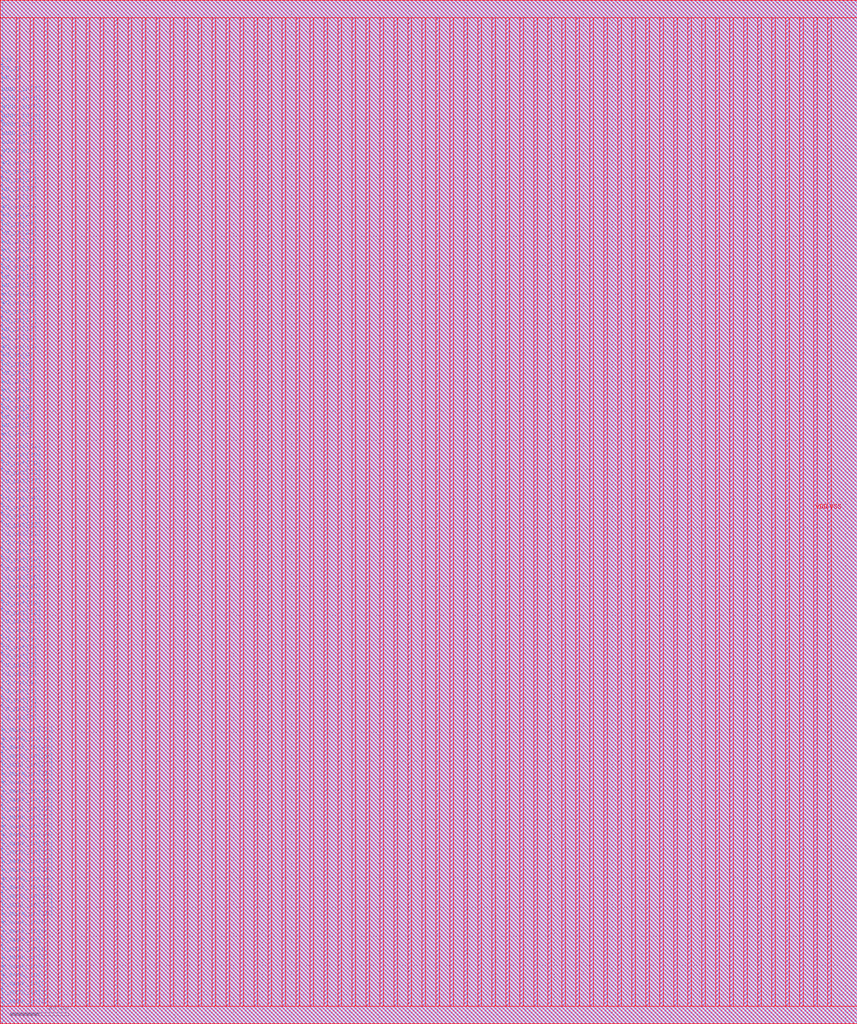
<source format=lef>
VERSION 5.7 ;
BUSBITCHARS "[]" ;
MACRO fakeram130_256x32
  FOREIGN fakeram130_256x32 0 0 ;
  SYMMETRY X Y R90 ;
  SIZE 293.940 BY 350.880 ;
  CLASS BLOCK ;
  PIN w_mask_in[0]
    DIRECTION INPUT ;
    USE SIGNAL ;
    SHAPE ABUTMENT ;
    PORT
      LAYER met3 ;
      RECT 0.000 5.850 0.800 6.150 ;
    END
  END w_mask_in[0]
  PIN w_mask_in[1]
    DIRECTION INPUT ;
    USE SIGNAL ;
    SHAPE ABUTMENT ;
    PORT
      LAYER met3 ;
      RECT 0.000 8.850 0.800 9.150 ;
    END
  END w_mask_in[1]
  PIN w_mask_in[2]
    DIRECTION INPUT ;
    USE SIGNAL ;
    SHAPE ABUTMENT ;
    PORT
      LAYER met3 ;
      RECT 0.000 11.850 0.800 12.150 ;
    END
  END w_mask_in[2]
  PIN w_mask_in[3]
    DIRECTION INPUT ;
    USE SIGNAL ;
    SHAPE ABUTMENT ;
    PORT
      LAYER met3 ;
      RECT 0.000 14.850 0.800 15.150 ;
    END
  END w_mask_in[3]
  PIN w_mask_in[4]
    DIRECTION INPUT ;
    USE SIGNAL ;
    SHAPE ABUTMENT ;
    PORT
      LAYER met3 ;
      RECT 0.000 17.850 0.800 18.150 ;
    END
  END w_mask_in[4]
  PIN w_mask_in[5]
    DIRECTION INPUT ;
    USE SIGNAL ;
    SHAPE ABUTMENT ;
    PORT
      LAYER met3 ;
      RECT 0.000 20.850 0.800 21.150 ;
    END
  END w_mask_in[5]
  PIN w_mask_in[6]
    DIRECTION INPUT ;
    USE SIGNAL ;
    SHAPE ABUTMENT ;
    PORT
      LAYER met3 ;
      RECT 0.000 23.850 0.800 24.150 ;
    END
  END w_mask_in[6]
  PIN w_mask_in[7]
    DIRECTION INPUT ;
    USE SIGNAL ;
    SHAPE ABUTMENT ;
    PORT
      LAYER met3 ;
      RECT 0.000 26.850 0.800 27.150 ;
    END
  END w_mask_in[7]
  PIN w_mask_in[8]
    DIRECTION INPUT ;
    USE SIGNAL ;
    SHAPE ABUTMENT ;
    PORT
      LAYER met3 ;
      RECT 0.000 29.850 0.800 30.150 ;
    END
  END w_mask_in[8]
  PIN w_mask_in[9]
    DIRECTION INPUT ;
    USE SIGNAL ;
    SHAPE ABUTMENT ;
    PORT
      LAYER met3 ;
      RECT 0.000 32.850 0.800 33.150 ;
    END
  END w_mask_in[9]
  PIN w_mask_in[10]
    DIRECTION INPUT ;
    USE SIGNAL ;
    SHAPE ABUTMENT ;
    PORT
      LAYER met3 ;
      RECT 0.000 35.850 0.800 36.150 ;
    END
  END w_mask_in[10]
  PIN w_mask_in[11]
    DIRECTION INPUT ;
    USE SIGNAL ;
    SHAPE ABUTMENT ;
    PORT
      LAYER met3 ;
      RECT 0.000 38.850 0.800 39.150 ;
    END
  END w_mask_in[11]
  PIN w_mask_in[12]
    DIRECTION INPUT ;
    USE SIGNAL ;
    SHAPE ABUTMENT ;
    PORT
      LAYER met3 ;
      RECT 0.000 41.850 0.800 42.150 ;
    END
  END w_mask_in[12]
  PIN w_mask_in[13]
    DIRECTION INPUT ;
    USE SIGNAL ;
    SHAPE ABUTMENT ;
    PORT
      LAYER met3 ;
      RECT 0.000 44.850 0.800 45.150 ;
    END
  END w_mask_in[13]
  PIN w_mask_in[14]
    DIRECTION INPUT ;
    USE SIGNAL ;
    SHAPE ABUTMENT ;
    PORT
      LAYER met3 ;
      RECT 0.000 47.850 0.800 48.150 ;
    END
  END w_mask_in[14]
  PIN w_mask_in[15]
    DIRECTION INPUT ;
    USE SIGNAL ;
    SHAPE ABUTMENT ;
    PORT
      LAYER met3 ;
      RECT 0.000 50.850 0.800 51.150 ;
    END
  END w_mask_in[15]
  PIN w_mask_in[16]
    DIRECTION INPUT ;
    USE SIGNAL ;
    SHAPE ABUTMENT ;
    PORT
      LAYER met3 ;
      RECT 0.000 53.850 0.800 54.150 ;
    END
  END w_mask_in[16]
  PIN w_mask_in[17]
    DIRECTION INPUT ;
    USE SIGNAL ;
    SHAPE ABUTMENT ;
    PORT
      LAYER met3 ;
      RECT 0.000 56.850 0.800 57.150 ;
    END
  END w_mask_in[17]
  PIN w_mask_in[18]
    DIRECTION INPUT ;
    USE SIGNAL ;
    SHAPE ABUTMENT ;
    PORT
      LAYER met3 ;
      RECT 0.000 59.850 0.800 60.150 ;
    END
  END w_mask_in[18]
  PIN w_mask_in[19]
    DIRECTION INPUT ;
    USE SIGNAL ;
    SHAPE ABUTMENT ;
    PORT
      LAYER met3 ;
      RECT 0.000 62.850 0.800 63.150 ;
    END
  END w_mask_in[19]
  PIN w_mask_in[20]
    DIRECTION INPUT ;
    USE SIGNAL ;
    SHAPE ABUTMENT ;
    PORT
      LAYER met3 ;
      RECT 0.000 65.850 0.800 66.150 ;
    END
  END w_mask_in[20]
  PIN w_mask_in[21]
    DIRECTION INPUT ;
    USE SIGNAL ;
    SHAPE ABUTMENT ;
    PORT
      LAYER met3 ;
      RECT 0.000 68.850 0.800 69.150 ;
    END
  END w_mask_in[21]
  PIN w_mask_in[22]
    DIRECTION INPUT ;
    USE SIGNAL ;
    SHAPE ABUTMENT ;
    PORT
      LAYER met3 ;
      RECT 0.000 71.850 0.800 72.150 ;
    END
  END w_mask_in[22]
  PIN w_mask_in[23]
    DIRECTION INPUT ;
    USE SIGNAL ;
    SHAPE ABUTMENT ;
    PORT
      LAYER met3 ;
      RECT 0.000 74.850 0.800 75.150 ;
    END
  END w_mask_in[23]
  PIN w_mask_in[24]
    DIRECTION INPUT ;
    USE SIGNAL ;
    SHAPE ABUTMENT ;
    PORT
      LAYER met3 ;
      RECT 0.000 77.850 0.800 78.150 ;
    END
  END w_mask_in[24]
  PIN w_mask_in[25]
    DIRECTION INPUT ;
    USE SIGNAL ;
    SHAPE ABUTMENT ;
    PORT
      LAYER met3 ;
      RECT 0.000 80.850 0.800 81.150 ;
    END
  END w_mask_in[25]
  PIN w_mask_in[26]
    DIRECTION INPUT ;
    USE SIGNAL ;
    SHAPE ABUTMENT ;
    PORT
      LAYER met3 ;
      RECT 0.000 83.850 0.800 84.150 ;
    END
  END w_mask_in[26]
  PIN w_mask_in[27]
    DIRECTION INPUT ;
    USE SIGNAL ;
    SHAPE ABUTMENT ;
    PORT
      LAYER met3 ;
      RECT 0.000 86.850 0.800 87.150 ;
    END
  END w_mask_in[27]
  PIN w_mask_in[28]
    DIRECTION INPUT ;
    USE SIGNAL ;
    SHAPE ABUTMENT ;
    PORT
      LAYER met3 ;
      RECT 0.000 89.850 0.800 90.150 ;
    END
  END w_mask_in[28]
  PIN w_mask_in[29]
    DIRECTION INPUT ;
    USE SIGNAL ;
    SHAPE ABUTMENT ;
    PORT
      LAYER met3 ;
      RECT 0.000 92.850 0.800 93.150 ;
    END
  END w_mask_in[29]
  PIN w_mask_in[30]
    DIRECTION INPUT ;
    USE SIGNAL ;
    SHAPE ABUTMENT ;
    PORT
      LAYER met3 ;
      RECT 0.000 95.850 0.800 96.150 ;
    END
  END w_mask_in[30]
  PIN w_mask_in[31]
    DIRECTION INPUT ;
    USE SIGNAL ;
    SHAPE ABUTMENT ;
    PORT
      LAYER met3 ;
      RECT 0.000 98.850 0.800 99.150 ;
    END
  END w_mask_in[31]
  PIN rd_out[0]
    DIRECTION OUTPUT ;
    USE SIGNAL ;
    SHAPE ABUTMENT ;
    PORT
      LAYER met3 ;
      RECT 0.000 103.050 0.800 103.350 ;
    END
  END rd_out[0]
  PIN rd_out[1]
    DIRECTION OUTPUT ;
    USE SIGNAL ;
    SHAPE ABUTMENT ;
    PORT
      LAYER met3 ;
      RECT 0.000 106.050 0.800 106.350 ;
    END
  END rd_out[1]
  PIN rd_out[2]
    DIRECTION OUTPUT ;
    USE SIGNAL ;
    SHAPE ABUTMENT ;
    PORT
      LAYER met3 ;
      RECT 0.000 109.050 0.800 109.350 ;
    END
  END rd_out[2]
  PIN rd_out[3]
    DIRECTION OUTPUT ;
    USE SIGNAL ;
    SHAPE ABUTMENT ;
    PORT
      LAYER met3 ;
      RECT 0.000 112.050 0.800 112.350 ;
    END
  END rd_out[3]
  PIN rd_out[4]
    DIRECTION OUTPUT ;
    USE SIGNAL ;
    SHAPE ABUTMENT ;
    PORT
      LAYER met3 ;
      RECT 0.000 115.050 0.800 115.350 ;
    END
  END rd_out[4]
  PIN rd_out[5]
    DIRECTION OUTPUT ;
    USE SIGNAL ;
    SHAPE ABUTMENT ;
    PORT
      LAYER met3 ;
      RECT 0.000 118.050 0.800 118.350 ;
    END
  END rd_out[5]
  PIN rd_out[6]
    DIRECTION OUTPUT ;
    USE SIGNAL ;
    SHAPE ABUTMENT ;
    PORT
      LAYER met3 ;
      RECT 0.000 121.050 0.800 121.350 ;
    END
  END rd_out[6]
  PIN rd_out[7]
    DIRECTION OUTPUT ;
    USE SIGNAL ;
    SHAPE ABUTMENT ;
    PORT
      LAYER met3 ;
      RECT 0.000 124.050 0.800 124.350 ;
    END
  END rd_out[7]
  PIN rd_out[8]
    DIRECTION OUTPUT ;
    USE SIGNAL ;
    SHAPE ABUTMENT ;
    PORT
      LAYER met3 ;
      RECT 0.000 127.050 0.800 127.350 ;
    END
  END rd_out[8]
  PIN rd_out[9]
    DIRECTION OUTPUT ;
    USE SIGNAL ;
    SHAPE ABUTMENT ;
    PORT
      LAYER met3 ;
      RECT 0.000 130.050 0.800 130.350 ;
    END
  END rd_out[9]
  PIN rd_out[10]
    DIRECTION OUTPUT ;
    USE SIGNAL ;
    SHAPE ABUTMENT ;
    PORT
      LAYER met3 ;
      RECT 0.000 133.050 0.800 133.350 ;
    END
  END rd_out[10]
  PIN rd_out[11]
    DIRECTION OUTPUT ;
    USE SIGNAL ;
    SHAPE ABUTMENT ;
    PORT
      LAYER met3 ;
      RECT 0.000 136.050 0.800 136.350 ;
    END
  END rd_out[11]
  PIN rd_out[12]
    DIRECTION OUTPUT ;
    USE SIGNAL ;
    SHAPE ABUTMENT ;
    PORT
      LAYER met3 ;
      RECT 0.000 139.050 0.800 139.350 ;
    END
  END rd_out[12]
  PIN rd_out[13]
    DIRECTION OUTPUT ;
    USE SIGNAL ;
    SHAPE ABUTMENT ;
    PORT
      LAYER met3 ;
      RECT 0.000 142.050 0.800 142.350 ;
    END
  END rd_out[13]
  PIN rd_out[14]
    DIRECTION OUTPUT ;
    USE SIGNAL ;
    SHAPE ABUTMENT ;
    PORT
      LAYER met3 ;
      RECT 0.000 145.050 0.800 145.350 ;
    END
  END rd_out[14]
  PIN rd_out[15]
    DIRECTION OUTPUT ;
    USE SIGNAL ;
    SHAPE ABUTMENT ;
    PORT
      LAYER met3 ;
      RECT 0.000 148.050 0.800 148.350 ;
    END
  END rd_out[15]
  PIN rd_out[16]
    DIRECTION OUTPUT ;
    USE SIGNAL ;
    SHAPE ABUTMENT ;
    PORT
      LAYER met3 ;
      RECT 0.000 151.050 0.800 151.350 ;
    END
  END rd_out[16]
  PIN rd_out[17]
    DIRECTION OUTPUT ;
    USE SIGNAL ;
    SHAPE ABUTMENT ;
    PORT
      LAYER met3 ;
      RECT 0.000 154.050 0.800 154.350 ;
    END
  END rd_out[17]
  PIN rd_out[18]
    DIRECTION OUTPUT ;
    USE SIGNAL ;
    SHAPE ABUTMENT ;
    PORT
      LAYER met3 ;
      RECT 0.000 157.050 0.800 157.350 ;
    END
  END rd_out[18]
  PIN rd_out[19]
    DIRECTION OUTPUT ;
    USE SIGNAL ;
    SHAPE ABUTMENT ;
    PORT
      LAYER met3 ;
      RECT 0.000 160.050 0.800 160.350 ;
    END
  END rd_out[19]
  PIN rd_out[20]
    DIRECTION OUTPUT ;
    USE SIGNAL ;
    SHAPE ABUTMENT ;
    PORT
      LAYER met3 ;
      RECT 0.000 163.050 0.800 163.350 ;
    END
  END rd_out[20]
  PIN rd_out[21]
    DIRECTION OUTPUT ;
    USE SIGNAL ;
    SHAPE ABUTMENT ;
    PORT
      LAYER met3 ;
      RECT 0.000 166.050 0.800 166.350 ;
    END
  END rd_out[21]
  PIN rd_out[22]
    DIRECTION OUTPUT ;
    USE SIGNAL ;
    SHAPE ABUTMENT ;
    PORT
      LAYER met3 ;
      RECT 0.000 169.050 0.800 169.350 ;
    END
  END rd_out[22]
  PIN rd_out[23]
    DIRECTION OUTPUT ;
    USE SIGNAL ;
    SHAPE ABUTMENT ;
    PORT
      LAYER met3 ;
      RECT 0.000 172.050 0.800 172.350 ;
    END
  END rd_out[23]
  PIN rd_out[24]
    DIRECTION OUTPUT ;
    USE SIGNAL ;
    SHAPE ABUTMENT ;
    PORT
      LAYER met3 ;
      RECT 0.000 175.050 0.800 175.350 ;
    END
  END rd_out[24]
  PIN rd_out[25]
    DIRECTION OUTPUT ;
    USE SIGNAL ;
    SHAPE ABUTMENT ;
    PORT
      LAYER met3 ;
      RECT 0.000 178.050 0.800 178.350 ;
    END
  END rd_out[25]
  PIN rd_out[26]
    DIRECTION OUTPUT ;
    USE SIGNAL ;
    SHAPE ABUTMENT ;
    PORT
      LAYER met3 ;
      RECT 0.000 181.050 0.800 181.350 ;
    END
  END rd_out[26]
  PIN rd_out[27]
    DIRECTION OUTPUT ;
    USE SIGNAL ;
    SHAPE ABUTMENT ;
    PORT
      LAYER met3 ;
      RECT 0.000 184.050 0.800 184.350 ;
    END
  END rd_out[27]
  PIN rd_out[28]
    DIRECTION OUTPUT ;
    USE SIGNAL ;
    SHAPE ABUTMENT ;
    PORT
      LAYER met3 ;
      RECT 0.000 187.050 0.800 187.350 ;
    END
  END rd_out[28]
  PIN rd_out[29]
    DIRECTION OUTPUT ;
    USE SIGNAL ;
    SHAPE ABUTMENT ;
    PORT
      LAYER met3 ;
      RECT 0.000 190.050 0.800 190.350 ;
    END
  END rd_out[29]
  PIN rd_out[30]
    DIRECTION OUTPUT ;
    USE SIGNAL ;
    SHAPE ABUTMENT ;
    PORT
      LAYER met3 ;
      RECT 0.000 193.050 0.800 193.350 ;
    END
  END rd_out[30]
  PIN rd_out[31]
    DIRECTION OUTPUT ;
    USE SIGNAL ;
    SHAPE ABUTMENT ;
    PORT
      LAYER met3 ;
      RECT 0.000 196.050 0.800 196.350 ;
    END
  END rd_out[31]
  PIN wd_in[0]
    DIRECTION INPUT ;
    USE SIGNAL ;
    SHAPE ABUTMENT ;
    PORT
      LAYER met3 ;
      RECT 0.000 200.250 0.800 200.550 ;
    END
  END wd_in[0]
  PIN wd_in[1]
    DIRECTION INPUT ;
    USE SIGNAL ;
    SHAPE ABUTMENT ;
    PORT
      LAYER met3 ;
      RECT 0.000 203.250 0.800 203.550 ;
    END
  END wd_in[1]
  PIN wd_in[2]
    DIRECTION INPUT ;
    USE SIGNAL ;
    SHAPE ABUTMENT ;
    PORT
      LAYER met3 ;
      RECT 0.000 206.250 0.800 206.550 ;
    END
  END wd_in[2]
  PIN wd_in[3]
    DIRECTION INPUT ;
    USE SIGNAL ;
    SHAPE ABUTMENT ;
    PORT
      LAYER met3 ;
      RECT 0.000 209.250 0.800 209.550 ;
    END
  END wd_in[3]
  PIN wd_in[4]
    DIRECTION INPUT ;
    USE SIGNAL ;
    SHAPE ABUTMENT ;
    PORT
      LAYER met3 ;
      RECT 0.000 212.250 0.800 212.550 ;
    END
  END wd_in[4]
  PIN wd_in[5]
    DIRECTION INPUT ;
    USE SIGNAL ;
    SHAPE ABUTMENT ;
    PORT
      LAYER met3 ;
      RECT 0.000 215.250 0.800 215.550 ;
    END
  END wd_in[5]
  PIN wd_in[6]
    DIRECTION INPUT ;
    USE SIGNAL ;
    SHAPE ABUTMENT ;
    PORT
      LAYER met3 ;
      RECT 0.000 218.250 0.800 218.550 ;
    END
  END wd_in[6]
  PIN wd_in[7]
    DIRECTION INPUT ;
    USE SIGNAL ;
    SHAPE ABUTMENT ;
    PORT
      LAYER met3 ;
      RECT 0.000 221.250 0.800 221.550 ;
    END
  END wd_in[7]
  PIN wd_in[8]
    DIRECTION INPUT ;
    USE SIGNAL ;
    SHAPE ABUTMENT ;
    PORT
      LAYER met3 ;
      RECT 0.000 224.250 0.800 224.550 ;
    END
  END wd_in[8]
  PIN wd_in[9]
    DIRECTION INPUT ;
    USE SIGNAL ;
    SHAPE ABUTMENT ;
    PORT
      LAYER met3 ;
      RECT 0.000 227.250 0.800 227.550 ;
    END
  END wd_in[9]
  PIN wd_in[10]
    DIRECTION INPUT ;
    USE SIGNAL ;
    SHAPE ABUTMENT ;
    PORT
      LAYER met3 ;
      RECT 0.000 230.250 0.800 230.550 ;
    END
  END wd_in[10]
  PIN wd_in[11]
    DIRECTION INPUT ;
    USE SIGNAL ;
    SHAPE ABUTMENT ;
    PORT
      LAYER met3 ;
      RECT 0.000 233.250 0.800 233.550 ;
    END
  END wd_in[11]
  PIN wd_in[12]
    DIRECTION INPUT ;
    USE SIGNAL ;
    SHAPE ABUTMENT ;
    PORT
      LAYER met3 ;
      RECT 0.000 236.250 0.800 236.550 ;
    END
  END wd_in[12]
  PIN wd_in[13]
    DIRECTION INPUT ;
    USE SIGNAL ;
    SHAPE ABUTMENT ;
    PORT
      LAYER met3 ;
      RECT 0.000 239.250 0.800 239.550 ;
    END
  END wd_in[13]
  PIN wd_in[14]
    DIRECTION INPUT ;
    USE SIGNAL ;
    SHAPE ABUTMENT ;
    PORT
      LAYER met3 ;
      RECT 0.000 242.250 0.800 242.550 ;
    END
  END wd_in[14]
  PIN wd_in[15]
    DIRECTION INPUT ;
    USE SIGNAL ;
    SHAPE ABUTMENT ;
    PORT
      LAYER met3 ;
      RECT 0.000 245.250 0.800 245.550 ;
    END
  END wd_in[15]
  PIN wd_in[16]
    DIRECTION INPUT ;
    USE SIGNAL ;
    SHAPE ABUTMENT ;
    PORT
      LAYER met3 ;
      RECT 0.000 248.250 0.800 248.550 ;
    END
  END wd_in[16]
  PIN wd_in[17]
    DIRECTION INPUT ;
    USE SIGNAL ;
    SHAPE ABUTMENT ;
    PORT
      LAYER met3 ;
      RECT 0.000 251.250 0.800 251.550 ;
    END
  END wd_in[17]
  PIN wd_in[18]
    DIRECTION INPUT ;
    USE SIGNAL ;
    SHAPE ABUTMENT ;
    PORT
      LAYER met3 ;
      RECT 0.000 254.250 0.800 254.550 ;
    END
  END wd_in[18]
  PIN wd_in[19]
    DIRECTION INPUT ;
    USE SIGNAL ;
    SHAPE ABUTMENT ;
    PORT
      LAYER met3 ;
      RECT 0.000 257.250 0.800 257.550 ;
    END
  END wd_in[19]
  PIN wd_in[20]
    DIRECTION INPUT ;
    USE SIGNAL ;
    SHAPE ABUTMENT ;
    PORT
      LAYER met3 ;
      RECT 0.000 260.250 0.800 260.550 ;
    END
  END wd_in[20]
  PIN wd_in[21]
    DIRECTION INPUT ;
    USE SIGNAL ;
    SHAPE ABUTMENT ;
    PORT
      LAYER met3 ;
      RECT 0.000 263.250 0.800 263.550 ;
    END
  END wd_in[21]
  PIN wd_in[22]
    DIRECTION INPUT ;
    USE SIGNAL ;
    SHAPE ABUTMENT ;
    PORT
      LAYER met3 ;
      RECT 0.000 266.250 0.800 266.550 ;
    END
  END wd_in[22]
  PIN wd_in[23]
    DIRECTION INPUT ;
    USE SIGNAL ;
    SHAPE ABUTMENT ;
    PORT
      LAYER met3 ;
      RECT 0.000 269.250 0.800 269.550 ;
    END
  END wd_in[23]
  PIN wd_in[24]
    DIRECTION INPUT ;
    USE SIGNAL ;
    SHAPE ABUTMENT ;
    PORT
      LAYER met3 ;
      RECT 0.000 272.250 0.800 272.550 ;
    END
  END wd_in[24]
  PIN wd_in[25]
    DIRECTION INPUT ;
    USE SIGNAL ;
    SHAPE ABUTMENT ;
    PORT
      LAYER met3 ;
      RECT 0.000 275.250 0.800 275.550 ;
    END
  END wd_in[25]
  PIN wd_in[26]
    DIRECTION INPUT ;
    USE SIGNAL ;
    SHAPE ABUTMENT ;
    PORT
      LAYER met3 ;
      RECT 0.000 278.250 0.800 278.550 ;
    END
  END wd_in[26]
  PIN wd_in[27]
    DIRECTION INPUT ;
    USE SIGNAL ;
    SHAPE ABUTMENT ;
    PORT
      LAYER met3 ;
      RECT 0.000 281.250 0.800 281.550 ;
    END
  END wd_in[27]
  PIN wd_in[28]
    DIRECTION INPUT ;
    USE SIGNAL ;
    SHAPE ABUTMENT ;
    PORT
      LAYER met3 ;
      RECT 0.000 284.250 0.800 284.550 ;
    END
  END wd_in[28]
  PIN wd_in[29]
    DIRECTION INPUT ;
    USE SIGNAL ;
    SHAPE ABUTMENT ;
    PORT
      LAYER met3 ;
      RECT 0.000 287.250 0.800 287.550 ;
    END
  END wd_in[29]
  PIN wd_in[30]
    DIRECTION INPUT ;
    USE SIGNAL ;
    SHAPE ABUTMENT ;
    PORT
      LAYER met3 ;
      RECT 0.000 290.250 0.800 290.550 ;
    END
  END wd_in[30]
  PIN wd_in[31]
    DIRECTION INPUT ;
    USE SIGNAL ;
    SHAPE ABUTMENT ;
    PORT
      LAYER met3 ;
      RECT 0.000 293.250 0.800 293.550 ;
    END
  END wd_in[31]
  PIN addr_in[0]
    DIRECTION INPUT ;
    USE SIGNAL ;
    SHAPE ABUTMENT ;
    PORT
      LAYER met3 ;
      RECT 0.000 297.450 0.800 297.750 ;
    END
  END addr_in[0]
  PIN addr_in[1]
    DIRECTION INPUT ;
    USE SIGNAL ;
    SHAPE ABUTMENT ;
    PORT
      LAYER met3 ;
      RECT 0.000 300.450 0.800 300.750 ;
    END
  END addr_in[1]
  PIN addr_in[2]
    DIRECTION INPUT ;
    USE SIGNAL ;
    SHAPE ABUTMENT ;
    PORT
      LAYER met3 ;
      RECT 0.000 303.450 0.800 303.750 ;
    END
  END addr_in[2]
  PIN addr_in[3]
    DIRECTION INPUT ;
    USE SIGNAL ;
    SHAPE ABUTMENT ;
    PORT
      LAYER met3 ;
      RECT 0.000 306.450 0.800 306.750 ;
    END
  END addr_in[3]
  PIN addr_in[4]
    DIRECTION INPUT ;
    USE SIGNAL ;
    SHAPE ABUTMENT ;
    PORT
      LAYER met3 ;
      RECT 0.000 309.450 0.800 309.750 ;
    END
  END addr_in[4]
  PIN addr_in[5]
    DIRECTION INPUT ;
    USE SIGNAL ;
    SHAPE ABUTMENT ;
    PORT
      LAYER met3 ;
      RECT 0.000 312.450 0.800 312.750 ;
    END
  END addr_in[5]
  PIN addr_in[6]
    DIRECTION INPUT ;
    USE SIGNAL ;
    SHAPE ABUTMENT ;
    PORT
      LAYER met3 ;
      RECT 0.000 315.450 0.800 315.750 ;
    END
  END addr_in[6]
  PIN addr_in[7]
    DIRECTION INPUT ;
    USE SIGNAL ;
    SHAPE ABUTMENT ;
    PORT
      LAYER met3 ;
      RECT 0.000 318.450 0.800 318.750 ;
    END
  END addr_in[7]
  PIN we_in
    DIRECTION INPUT ;
    USE SIGNAL ;
    SHAPE ABUTMENT ;
    PORT
      LAYER met3 ;
      RECT 0.000 322.650 0.800 322.950 ;
    END
  END we_in
  PIN ce_in
    DIRECTION INPUT ;
    USE SIGNAL ;
    SHAPE ABUTMENT ;
    PORT
      LAYER met3 ;
      RECT 0.000 325.650 0.800 325.950 ;
    END
  END ce_in
  PIN clk
    DIRECTION INPUT ;
    USE SIGNAL ;
    SHAPE ABUTMENT ;
    PORT
      LAYER met3 ;
      RECT 0.000 328.650 0.800 328.950 ;
    END
  END clk
  PIN VSS
    DIRECTION INOUT ;
    USE GROUND ;
    PORT
      LAYER met4 ;
      RECT 5.400 6.000 6.600 344.880 ;
      RECT 15.000 6.000 16.200 344.880 ;
      RECT 24.600 6.000 25.800 344.880 ;
      RECT 34.200 6.000 35.400 344.880 ;
      RECT 43.800 6.000 45.000 344.880 ;
      RECT 53.400 6.000 54.600 344.880 ;
      RECT 63.000 6.000 64.200 344.880 ;
      RECT 72.600 6.000 73.800 344.880 ;
      RECT 82.200 6.000 83.400 344.880 ;
      RECT 91.800 6.000 93.000 344.880 ;
      RECT 101.400 6.000 102.600 344.880 ;
      RECT 111.000 6.000 112.200 344.880 ;
      RECT 120.600 6.000 121.800 344.880 ;
      RECT 130.200 6.000 131.400 344.880 ;
      RECT 139.800 6.000 141.000 344.880 ;
      RECT 149.400 6.000 150.600 344.880 ;
      RECT 159.000 6.000 160.200 344.880 ;
      RECT 168.600 6.000 169.800 344.880 ;
      RECT 178.200 6.000 179.400 344.880 ;
      RECT 187.800 6.000 189.000 344.880 ;
      RECT 197.400 6.000 198.600 344.880 ;
      RECT 207.000 6.000 208.200 344.880 ;
      RECT 216.600 6.000 217.800 344.880 ;
      RECT 226.200 6.000 227.400 344.880 ;
      RECT 235.800 6.000 237.000 344.880 ;
      RECT 245.400 6.000 246.600 344.880 ;
      RECT 255.000 6.000 256.200 344.880 ;
      RECT 264.600 6.000 265.800 344.880 ;
      RECT 274.200 6.000 275.400 344.880 ;
      RECT 283.800 6.000 285.000 344.880 ;
    END
  END VSS
  PIN VDD
    DIRECTION INOUT ;
    USE POWER ;
    PORT
      LAYER met4 ;
      RECT 10.200 6.000 11.400 344.880 ;
      RECT 19.800 6.000 21.000 344.880 ;
      RECT 29.400 6.000 30.600 344.880 ;
      RECT 39.000 6.000 40.200 344.880 ;
      RECT 48.600 6.000 49.800 344.880 ;
      RECT 58.200 6.000 59.400 344.880 ;
      RECT 67.800 6.000 69.000 344.880 ;
      RECT 77.400 6.000 78.600 344.880 ;
      RECT 87.000 6.000 88.200 344.880 ;
      RECT 96.600 6.000 97.800 344.880 ;
      RECT 106.200 6.000 107.400 344.880 ;
      RECT 115.800 6.000 117.000 344.880 ;
      RECT 125.400 6.000 126.600 344.880 ;
      RECT 135.000 6.000 136.200 344.880 ;
      RECT 144.600 6.000 145.800 344.880 ;
      RECT 154.200 6.000 155.400 344.880 ;
      RECT 163.800 6.000 165.000 344.880 ;
      RECT 173.400 6.000 174.600 344.880 ;
      RECT 183.000 6.000 184.200 344.880 ;
      RECT 192.600 6.000 193.800 344.880 ;
      RECT 202.200 6.000 203.400 344.880 ;
      RECT 211.800 6.000 213.000 344.880 ;
      RECT 221.400 6.000 222.600 344.880 ;
      RECT 231.000 6.000 232.200 344.880 ;
      RECT 240.600 6.000 241.800 344.880 ;
      RECT 250.200 6.000 251.400 344.880 ;
      RECT 259.800 6.000 261.000 344.880 ;
      RECT 269.400 6.000 270.600 344.880 ;
      RECT 279.000 6.000 280.200 344.880 ;
    END
  END VDD
  OBS
    LAYER met1 ;
    RECT 0 0 293.940 350.880 ;
    LAYER met2 ;
    RECT 0 0 293.940 350.880 ;
    LAYER met3 ;
    RECT 0.800 0 293.940 350.880 ;
    RECT 0 0.000 0.800 5.850 ;
    RECT 0 6.150 0.800 8.850 ;
    RECT 0 9.150 0.800 11.850 ;
    RECT 0 12.150 0.800 14.850 ;
    RECT 0 15.150 0.800 17.850 ;
    RECT 0 18.150 0.800 20.850 ;
    RECT 0 21.150 0.800 23.850 ;
    RECT 0 24.150 0.800 26.850 ;
    RECT 0 27.150 0.800 29.850 ;
    RECT 0 30.150 0.800 32.850 ;
    RECT 0 33.150 0.800 35.850 ;
    RECT 0 36.150 0.800 38.850 ;
    RECT 0 39.150 0.800 41.850 ;
    RECT 0 42.150 0.800 44.850 ;
    RECT 0 45.150 0.800 47.850 ;
    RECT 0 48.150 0.800 50.850 ;
    RECT 0 51.150 0.800 53.850 ;
    RECT 0 54.150 0.800 56.850 ;
    RECT 0 57.150 0.800 59.850 ;
    RECT 0 60.150 0.800 62.850 ;
    RECT 0 63.150 0.800 65.850 ;
    RECT 0 66.150 0.800 68.850 ;
    RECT 0 69.150 0.800 71.850 ;
    RECT 0 72.150 0.800 74.850 ;
    RECT 0 75.150 0.800 77.850 ;
    RECT 0 78.150 0.800 80.850 ;
    RECT 0 81.150 0.800 83.850 ;
    RECT 0 84.150 0.800 86.850 ;
    RECT 0 87.150 0.800 89.850 ;
    RECT 0 90.150 0.800 92.850 ;
    RECT 0 93.150 0.800 95.850 ;
    RECT 0 96.150 0.800 98.850 ;
    RECT 0 99.150 0.800 103.050 ;
    RECT 0 103.350 0.800 106.050 ;
    RECT 0 106.350 0.800 109.050 ;
    RECT 0 109.350 0.800 112.050 ;
    RECT 0 112.350 0.800 115.050 ;
    RECT 0 115.350 0.800 118.050 ;
    RECT 0 118.350 0.800 121.050 ;
    RECT 0 121.350 0.800 124.050 ;
    RECT 0 124.350 0.800 127.050 ;
    RECT 0 127.350 0.800 130.050 ;
    RECT 0 130.350 0.800 133.050 ;
    RECT 0 133.350 0.800 136.050 ;
    RECT 0 136.350 0.800 139.050 ;
    RECT 0 139.350 0.800 142.050 ;
    RECT 0 142.350 0.800 145.050 ;
    RECT 0 145.350 0.800 148.050 ;
    RECT 0 148.350 0.800 151.050 ;
    RECT 0 151.350 0.800 154.050 ;
    RECT 0 154.350 0.800 157.050 ;
    RECT 0 157.350 0.800 160.050 ;
    RECT 0 160.350 0.800 163.050 ;
    RECT 0 163.350 0.800 166.050 ;
    RECT 0 166.350 0.800 169.050 ;
    RECT 0 169.350 0.800 172.050 ;
    RECT 0 172.350 0.800 175.050 ;
    RECT 0 175.350 0.800 178.050 ;
    RECT 0 178.350 0.800 181.050 ;
    RECT 0 181.350 0.800 184.050 ;
    RECT 0 184.350 0.800 187.050 ;
    RECT 0 187.350 0.800 190.050 ;
    RECT 0 190.350 0.800 193.050 ;
    RECT 0 193.350 0.800 196.050 ;
    RECT 0 196.350 0.800 200.250 ;
    RECT 0 200.550 0.800 203.250 ;
    RECT 0 203.550 0.800 206.250 ;
    RECT 0 206.550 0.800 209.250 ;
    RECT 0 209.550 0.800 212.250 ;
    RECT 0 212.550 0.800 215.250 ;
    RECT 0 215.550 0.800 218.250 ;
    RECT 0 218.550 0.800 221.250 ;
    RECT 0 221.550 0.800 224.250 ;
    RECT 0 224.550 0.800 227.250 ;
    RECT 0 227.550 0.800 230.250 ;
    RECT 0 230.550 0.800 233.250 ;
    RECT 0 233.550 0.800 236.250 ;
    RECT 0 236.550 0.800 239.250 ;
    RECT 0 239.550 0.800 242.250 ;
    RECT 0 242.550 0.800 245.250 ;
    RECT 0 245.550 0.800 248.250 ;
    RECT 0 248.550 0.800 251.250 ;
    RECT 0 251.550 0.800 254.250 ;
    RECT 0 254.550 0.800 257.250 ;
    RECT 0 257.550 0.800 260.250 ;
    RECT 0 260.550 0.800 263.250 ;
    RECT 0 263.550 0.800 266.250 ;
    RECT 0 266.550 0.800 269.250 ;
    RECT 0 269.550 0.800 272.250 ;
    RECT 0 272.550 0.800 275.250 ;
    RECT 0 275.550 0.800 278.250 ;
    RECT 0 278.550 0.800 281.250 ;
    RECT 0 281.550 0.800 284.250 ;
    RECT 0 284.550 0.800 287.250 ;
    RECT 0 287.550 0.800 290.250 ;
    RECT 0 290.550 0.800 293.250 ;
    RECT 0 293.550 0.800 297.450 ;
    RECT 0 297.750 0.800 300.450 ;
    RECT 0 300.750 0.800 303.450 ;
    RECT 0 303.750 0.800 306.450 ;
    RECT 0 306.750 0.800 309.450 ;
    RECT 0 309.750 0.800 312.450 ;
    RECT 0 312.750 0.800 315.450 ;
    RECT 0 315.750 0.800 318.450 ;
    RECT 0 318.750 0.800 322.650 ;
    RECT 0 322.950 0.800 325.650 ;
    RECT 0 325.950 0.800 328.650 ;
    RECT 0 328.950 0.800 350.880 ;
    LAYER met4 ;
    RECT 0 0 293.940 6.000 ;
    RECT 0 344.880 293.940 350.880 ;
    RECT 0.000 6.000 5.400 344.880 ;
    RECT 6.600 6.000 10.200 344.880 ;
    RECT 11.400 6.000 15.000 344.880 ;
    RECT 16.200 6.000 19.800 344.880 ;
    RECT 21.000 6.000 24.600 344.880 ;
    RECT 25.800 6.000 29.400 344.880 ;
    RECT 30.600 6.000 34.200 344.880 ;
    RECT 35.400 6.000 39.000 344.880 ;
    RECT 40.200 6.000 43.800 344.880 ;
    RECT 45.000 6.000 48.600 344.880 ;
    RECT 49.800 6.000 53.400 344.880 ;
    RECT 54.600 6.000 58.200 344.880 ;
    RECT 59.400 6.000 63.000 344.880 ;
    RECT 64.200 6.000 67.800 344.880 ;
    RECT 69.000 6.000 72.600 344.880 ;
    RECT 73.800 6.000 77.400 344.880 ;
    RECT 78.600 6.000 82.200 344.880 ;
    RECT 83.400 6.000 87.000 344.880 ;
    RECT 88.200 6.000 91.800 344.880 ;
    RECT 93.000 6.000 96.600 344.880 ;
    RECT 97.800 6.000 101.400 344.880 ;
    RECT 102.600 6.000 106.200 344.880 ;
    RECT 107.400 6.000 111.000 344.880 ;
    RECT 112.200 6.000 115.800 344.880 ;
    RECT 117.000 6.000 120.600 344.880 ;
    RECT 121.800 6.000 125.400 344.880 ;
    RECT 126.600 6.000 130.200 344.880 ;
    RECT 131.400 6.000 135.000 344.880 ;
    RECT 136.200 6.000 139.800 344.880 ;
    RECT 141.000 6.000 144.600 344.880 ;
    RECT 145.800 6.000 149.400 344.880 ;
    RECT 150.600 6.000 154.200 344.880 ;
    RECT 155.400 6.000 159.000 344.880 ;
    RECT 160.200 6.000 163.800 344.880 ;
    RECT 165.000 6.000 168.600 344.880 ;
    RECT 169.800 6.000 173.400 344.880 ;
    RECT 174.600 6.000 178.200 344.880 ;
    RECT 179.400 6.000 183.000 344.880 ;
    RECT 184.200 6.000 187.800 344.880 ;
    RECT 189.000 6.000 192.600 344.880 ;
    RECT 193.800 6.000 197.400 344.880 ;
    RECT 198.600 6.000 202.200 344.880 ;
    RECT 203.400 6.000 207.000 344.880 ;
    RECT 208.200 6.000 211.800 344.880 ;
    RECT 213.000 6.000 216.600 344.880 ;
    RECT 217.800 6.000 221.400 344.880 ;
    RECT 222.600 6.000 226.200 344.880 ;
    RECT 227.400 6.000 231.000 344.880 ;
    RECT 232.200 6.000 235.800 344.880 ;
    RECT 237.000 6.000 240.600 344.880 ;
    RECT 241.800 6.000 245.400 344.880 ;
    RECT 246.600 6.000 250.200 344.880 ;
    RECT 251.400 6.000 255.000 344.880 ;
    RECT 256.200 6.000 259.800 344.880 ;
    RECT 261.000 6.000 264.600 344.880 ;
    RECT 265.800 6.000 269.400 344.880 ;
    RECT 270.600 6.000 274.200 344.880 ;
    RECT 275.400 6.000 279.000 344.880 ;
    RECT 280.200 6.000 283.800 344.880 ;
    RECT 285.000 6.000 293.940 344.880 ;
    LAYER OVERLAP ;
    RECT 0 0 293.940 350.880 ;
  END
END fakeram130_256x32

END LIBRARY

</source>
